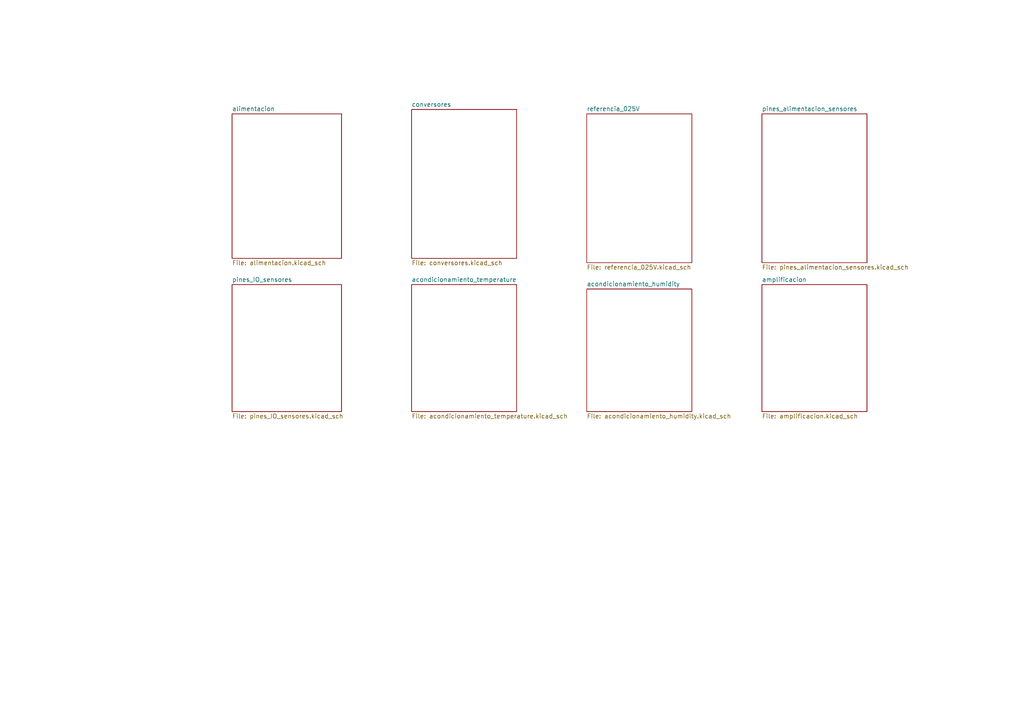
<source format=kicad_sch>
(kicad_sch (version 20211123) (generator eeschema)

  (uuid a1d9b64c-59ab-4519-b30f-c6ecfb8efa51)

  (paper "A4")

  (title_block
    (title "PCB del Acondicionamiento de los Sensores de Hoja")
    (date "2023-06-11")
    (company "UC3M")
    (comment 1 "de hoja.")
    (comment 2 "Se muestran las hojas jerárquicas necesarias para el acondicionamiento de los sensores ")
  )

  (lib_symbols
  )


  (sheet (at 220.98 82.55) (size 30.48 36.83) (fields_autoplaced)
    (stroke (width 0.1524) (type solid) (color 0 0 0 0))
    (fill (color 0 0 0 0.0000))
    (uuid 3b039182-6c37-41a2-99ab-241394985fb9)
    (property "Sheet name" "amplificacion" (id 0) (at 220.98 81.8384 0)
      (effects (font (size 1.27 1.27)) (justify left bottom))
    )
    (property "Sheet file" "amplificacion.kicad_sch" (id 1) (at 220.98 119.9646 0)
      (effects (font (size 1.27 1.27)) (justify left top))
    )
  )

  (sheet (at 67.31 82.55) (size 31.75 36.83) (fields_autoplaced)
    (stroke (width 0.1524) (type solid) (color 0 0 0 0))
    (fill (color 0 0 0 0.0000))
    (uuid 48c0a10a-74f4-4724-a1d0-fe5e700b332c)
    (property "Sheet name" "pines_IO_sensores" (id 0) (at 67.31 81.8384 0)
      (effects (font (size 1.27 1.27)) (justify left bottom))
    )
    (property "Sheet file" "pines_IO_sensores.kicad_sch" (id 1) (at 67.31 119.9646 0)
      (effects (font (size 1.27 1.27)) (justify left top))
    )
  )

  (sheet (at 170.18 83.82) (size 30.48 35.56) (fields_autoplaced)
    (stroke (width 0.1524) (type solid) (color 0 0 0 0))
    (fill (color 0 0 0 0.0000))
    (uuid 75a05a59-711f-487e-8617-786a2a6f7b5e)
    (property "Sheet name" "acondicionamiento_humidity" (id 0) (at 170.18 83.1084 0)
      (effects (font (size 1.27 1.27)) (justify left bottom))
    )
    (property "Sheet file" "acondicionamiento_humidity.kicad_sch" (id 1) (at 170.18 119.9646 0)
      (effects (font (size 1.27 1.27)) (justify left top))
    )
  )

  (sheet (at 170.18 33.02) (size 30.48 43.18) (fields_autoplaced)
    (stroke (width 0.1524) (type solid) (color 0 0 0 0))
    (fill (color 0 0 0 0.0000))
    (uuid 9b18ac36-12da-46b7-a38b-ee978a46c983)
    (property "Sheet name" "referencia_025V" (id 0) (at 170.18 32.3084 0)
      (effects (font (size 1.27 1.27)) (justify left bottom))
    )
    (property "Sheet file" "referencia_025V.kicad_sch" (id 1) (at 170.18 76.7846 0)
      (effects (font (size 1.27 1.27)) (justify left top))
    )
  )

  (sheet (at 119.38 82.55) (size 30.48 36.83) (fields_autoplaced)
    (stroke (width 0.1524) (type solid) (color 0 0 0 0))
    (fill (color 0 0 0 0.0000))
    (uuid abb2d1c6-542d-4135-a749-b26de8f7dfc6)
    (property "Sheet name" "acondicionamiento_temperature" (id 0) (at 119.38 81.8384 0)
      (effects (font (size 1.27 1.27)) (justify left bottom))
    )
    (property "Sheet file" "acondicionamiento_temperature.kicad_sch" (id 1) (at 119.38 119.9646 0)
      (effects (font (size 1.27 1.27)) (justify left top))
    )
  )

  (sheet (at 220.98 33.02) (size 30.48 43.18) (fields_autoplaced)
    (stroke (width 0.1524) (type solid) (color 0 0 0 0))
    (fill (color 0 0 0 0.0000))
    (uuid cc1867fd-f488-4cb8-adbb-a6a59964aed5)
    (property "Sheet name" "pines_alimentacion_sensores" (id 0) (at 220.98 32.3084 0)
      (effects (font (size 1.27 1.27)) (justify left bottom))
    )
    (property "Sheet file" "pines_alimentacion_sensores.kicad_sch" (id 1) (at 220.98 76.7846 0)
      (effects (font (size 1.27 1.27)) (justify left top))
    )
  )

  (sheet (at 67.31 33.02) (size 31.75 41.91) (fields_autoplaced)
    (stroke (width 0.1524) (type solid) (color 0 0 0 0))
    (fill (color 0 0 0 0.0000))
    (uuid d603282a-0f99-48ce-a20b-09f4f184c813)
    (property "Sheet name" "alimentacion" (id 0) (at 67.31 32.3084 0)
      (effects (font (size 1.27 1.27)) (justify left bottom))
    )
    (property "Sheet file" "alimentacion.kicad_sch" (id 1) (at 67.31 75.5146 0)
      (effects (font (size 1.27 1.27)) (justify left top))
    )
  )

  (sheet (at 119.38 31.75) (size 30.48 43.18) (fields_autoplaced)
    (stroke (width 0.1524) (type solid) (color 0 0 0 0))
    (fill (color 0 0 0 0.0000))
    (uuid f1347035-7c23-472b-b8d3-72baf89f3e52)
    (property "Sheet name" "conversores" (id 0) (at 119.38 31.0384 0)
      (effects (font (size 1.27 1.27)) (justify left bottom))
    )
    (property "Sheet file" "conversores.kicad_sch" (id 1) (at 119.38 75.5146 0)
      (effects (font (size 1.27 1.27)) (justify left top))
    )
  )

  (sheet_instances
    (path "/" (page "1"))
    (path "/d603282a-0f99-48ce-a20b-09f4f184c813" (page "4"))
    (path "/abb2d1c6-542d-4135-a749-b26de8f7dfc6" (page "4"))
    (path "/48c0a10a-74f4-4724-a1d0-fe5e700b332c" (page "5"))
    (path "/75a05a59-711f-487e-8617-786a2a6f7b5e" (page "5"))
    (path "/3b039182-6c37-41a2-99ab-241394985fb9" (page "6"))
    (path "/9b18ac36-12da-46b7-a38b-ee978a46c983" (page "7"))
    (path "/cc1867fd-f488-4cb8-adbb-a6a59964aed5" (page "8"))
    (path "/f1347035-7c23-472b-b8d3-72baf89f3e52" (page "9"))
  )

  (symbol_instances
    (path "/d603282a-0f99-48ce-a20b-09f4f184c813/70337e27-93bd-4d50-8bfd-de6b33639888"
      (reference "#PWR0101") (unit 1) (value "GND") (footprint "")
    )
    (path "/abb2d1c6-542d-4135-a749-b26de8f7dfc6/1748eff1-50cd-4c62-830a-b10ee2d59f72"
      (reference "#PWR0102") (unit 1) (value "GND") (footprint "")
    )
    (path "/75a05a59-711f-487e-8617-786a2a6f7b5e/10415011-71aa-4e72-9de0-b8648d481a4d"
      (reference "#PWR0103") (unit 1) (value "GND") (footprint "")
    )
    (path "/75a05a59-711f-487e-8617-786a2a6f7b5e/67fffce5-2268-46d9-94ba-f7b149dbf6c6"
      (reference "#PWR0104") (unit 1) (value "GND") (footprint "")
    )
    (path "/75a05a59-711f-487e-8617-786a2a6f7b5e/9a5b0829-ab24-475a-86d9-9b4afe7f30c1"
      (reference "#PWR0105") (unit 1) (value "GND") (footprint "")
    )
    (path "/3b039182-6c37-41a2-99ab-241394985fb9/d490d774-b3fe-413c-9e54-bccdd6e25614"
      (reference "#PWR0106") (unit 1) (value "GND") (footprint "")
    )
    (path "/9b18ac36-12da-46b7-a38b-ee978a46c983/c541610b-089c-4f40-b1ba-0e4d34d0a1ba"
      (reference "#PWR0107") (unit 1) (value "GND") (footprint "")
    )
    (path "/9b18ac36-12da-46b7-a38b-ee978a46c983/77519097-8e49-4694-aa2b-3e3ce8b063e7"
      (reference "#PWR0108") (unit 1) (value "GND") (footprint "")
    )
    (path "/9b18ac36-12da-46b7-a38b-ee978a46c983/ae891f3b-1362-4e3a-92ef-dbd37013a411"
      (reference "#PWR0109") (unit 1) (value "GND") (footprint "")
    )
    (path "/9b18ac36-12da-46b7-a38b-ee978a46c983/590aef0e-48ff-438b-8b36-7fc9443d74d9"
      (reference "#PWR0110") (unit 1) (value "GND") (footprint "")
    )
    (path "/cc1867fd-f488-4cb8-adbb-a6a59964aed5/4f35b383-beb2-4458-a021-d340ebdcd667"
      (reference "#PWR0112") (unit 1) (value "GND") (footprint "")
    )
    (path "/cc1867fd-f488-4cb8-adbb-a6a59964aed5/9210dc5f-d97e-45bf-944f-99350201aac1"
      (reference "#PWR0113") (unit 1) (value "GND") (footprint "")
    )
    (path "/cc1867fd-f488-4cb8-adbb-a6a59964aed5/f8353bf0-dbbf-4905-97cb-b3201b36428f"
      (reference "#PWR0114") (unit 1) (value "GND") (footprint "")
    )
    (path "/cc1867fd-f488-4cb8-adbb-a6a59964aed5/fbc6dfda-0285-4fce-8dbb-07009b74bf58"
      (reference "#PWR0115") (unit 1) (value "GND") (footprint "")
    )
    (path "/f1347035-7c23-472b-b8d3-72baf89f3e52/b1991a2c-705c-46c9-bb70-8e2bbb13bb6f"
      (reference "#PWR0116") (unit 1) (value "GND") (footprint "")
    )
    (path "/f1347035-7c23-472b-b8d3-72baf89f3e52/33fadc60-974b-4ad4-8944-12ef78b40222"
      (reference "#PWR0117") (unit 1) (value "GND") (footprint "")
    )
    (path "/f1347035-7c23-472b-b8d3-72baf89f3e52/15042c84-dbbe-41e9-8275-945fba376e1c"
      (reference "#PWR0118") (unit 1) (value "GND") (footprint "")
    )
    (path "/f1347035-7c23-472b-b8d3-72baf89f3e52/abb0f826-dc26-492b-9678-0523fb05e02a"
      (reference "#PWR0119") (unit 1) (value "GND") (footprint "")
    )
    (path "/f1347035-7c23-472b-b8d3-72baf89f3e52/ca51a6e4-7e8c-4fbd-8441-2898b976cc87"
      (reference "#PWR0121") (unit 1) (value "GND") (footprint "")
    )
    (path "/abb2d1c6-542d-4135-a749-b26de8f7dfc6/ae2f65a6-f0f8-4ff8-b30e-601887b7ad58"
      (reference "C1") (unit 1) (value "CL21B103KBANNNC") (footprint "CAPC2012X140N")
    )
    (path "/75a05a59-711f-487e-8617-786a2a6f7b5e/8ae929fa-1ed4-40bd-b95a-baa39a524b1f"
      (reference "C2") (unit 1) (value "EEUFC1H150") (footprint "CAPPRD200W50D500H1100")
    )
    (path "/3b039182-6c37-41a2-99ab-241394985fb9/1dd5f32e-ba43-4d87-bf8b-3dde607754b8"
      (reference "C3") (unit 1) (value "EEUFC1H150") (footprint "CAPPRD200W50D500H1100")
    )
    (path "/3b039182-6c37-41a2-99ab-241394985fb9/d25fec32-7948-4f42-9d5a-953473be4c96"
      (reference "C4") (unit 1) (value "CL21B103KBANNNC") (footprint "CAPC2012X140N")
    )
    (path "/9b18ac36-12da-46b7-a38b-ee978a46c983/14f5ff3d-89f1-47fe-b028-374f3cb8d311"
      (reference "C5") (unit 1) (value "CL21B103KBANNNC") (footprint "CAPC2012X140N")
    )
    (path "/9b18ac36-12da-46b7-a38b-ee978a46c983/cc7506f3-7f50-4e21-8021-d77b7d00158b"
      (reference "C6") (unit 1) (value "CL21B103KBANNNC") (footprint "CAPC2012X140N")
    )
    (path "/f1347035-7c23-472b-b8d3-72baf89f3e52/0949e2c9-a382-484f-8ee8-3d45b2289599"
      (reference "C9") (unit 1) (value "EEUFC1H150") (footprint "CAPPRD200W50D500H1100")
    )
    (path "/f1347035-7c23-472b-b8d3-72baf89f3e52/621cf238-6d79-4365-9108-941a357f6fe5"
      (reference "C10") (unit 1) (value "EEUFC1H150") (footprint "CAPPRD200W50D500H1100")
    )
    (path "/f1347035-7c23-472b-b8d3-72baf89f3e52/69fc3249-4216-4f98-aed2-aa5c0e38cf4f"
      (reference "C11") (unit 1) (value "EEUFC1H150") (footprint "CAPPRD200W50D500H1100")
    )
    (path "/f1347035-7c23-472b-b8d3-72baf89f3e52/3ae4e1f5-188e-4289-b5c9-feaf53584b3e"
      (reference "C12") (unit 1) (value "EEUFC1H150") (footprint "CAPPRD200W50D500H1100")
    )
    (path "/f1347035-7c23-472b-b8d3-72baf89f3e52/aa49b527-829f-4405-a93d-54a2a8f9b350"
      (reference "C13") (unit 1) (value "CL21B103KBANNNC") (footprint "CAPC2012X140N")
    )
    (path "/f1347035-7c23-472b-b8d3-72baf89f3e52/f8c63311-2fdf-444c-9a8f-2a257b9dc379"
      (reference "C14") (unit 1) (value "EEUFC1H150") (footprint "CAPPRD200W50D500H1100")
    )
    (path "/f1347035-7c23-472b-b8d3-72baf89f3e52/e5903897-1717-4514-a723-720780d938a2"
      (reference "C15") (unit 1) (value "CL21B103KBANNNC") (footprint "CAPC2012X140N")
    )
    (path "/f1347035-7c23-472b-b8d3-72baf89f3e52/6cd7cc14-b788-43f0-9bb6-febd7cf34d3a"
      (reference "C16") (unit 1) (value "EEUFC1H150") (footprint "CAPPRD200W50D500H1100")
    )
    (path "/d603282a-0f99-48ce-a20b-09f4f184c813/b36b7414-222b-4245-89ee-28c46b5c63ed"
      (reference "J1") (unit 1) (value "Conn_01x03") (footprint "Connector_PinHeader_2.54mm:PinHeader_1x03_P2.54mm_Vertical")
    )
    (path "/48c0a10a-74f4-4724-a1d0-fe5e700b332c/5e4df3af-8840-4aae-b181-7e167dd94c12"
      (reference "J2") (unit 1) (value "Conn_01x02") (footprint "Connector_PinHeader_2.54mm:PinHeader_1x02_P2.54mm_Vertical")
    )
    (path "/48c0a10a-74f4-4724-a1d0-fe5e700b332c/9e842528-6a7d-45d3-9b73-119175d213d5"
      (reference "J3") (unit 1) (value "Conn_01x02") (footprint "Connector_PinHeader_2.54mm:PinHeader_1x02_P2.54mm_Vertical")
    )
    (path "/cc1867fd-f488-4cb8-adbb-a6a59964aed5/71f8c395-c4dc-402f-84ea-f7d356548cea"
      (reference "J4") (unit 1) (value "Conn_01x08") (footprint "Connector_PinHeader_2.54mm:PinHeader_1x08_P2.54mm_Vertical")
    )
    (path "/f1347035-7c23-472b-b8d3-72baf89f3e52/c2f415d6-dfd4-4f45-93dc-ebc1ee1ba372"
      (reference "PS1") (unit 1) (value "R-739.0P") (footprint "CONV_R-739.0P")
    )
    (path "/f1347035-7c23-472b-b8d3-72baf89f3e52/60e3b945-0d9b-4305-bf60-226b3711d1f9"
      (reference "PS2") (unit 1) (value "R-739.0P") (footprint "CONV_R-739.0P")
    )
    (path "/f1347035-7c23-472b-b8d3-72baf89f3e52/5417be63-b8ed-41fb-912e-47cac7663ba9"
      (reference "Q1") (unit 1) (value "FDN338P") (footprint "SSOT-3")
    )
    (path "/f1347035-7c23-472b-b8d3-72baf89f3e52/ceae8582-fbb4-47cf-bec8-f7875fe30bfd"
      (reference "Q2") (unit 1) (value "FDN338P") (footprint "SSOT-3")
    )
    (path "/abb2d1c6-542d-4135-a749-b26de8f7dfc6/265146cd-0f79-4839-94c1-5b3a7b5c9595"
      (reference "R1") (unit 1) (value "LT5400BCMS8E-6#PBF") (footprint "SOP65P490X110-9N")
    )
    (path "/abb2d1c6-542d-4135-a749-b26de8f7dfc6/332aa1fb-57e1-44af-bafe-ce67913eb8a6"
      (reference "R2") (unit 1) (value "LT5400BCMS8E-6#PBF") (footprint "SOP65P490X110-9N")
    )
    (path "/75a05a59-711f-487e-8617-786a2a6f7b5e/7f70c34f-f4c6-45d9-bc60-728b9a7b742a"
      (reference "R3") (unit 1) (value "LT5400BCMS8E-6#PBF") (footprint "SOP65P490X110-9N")
    )
    (path "/9b18ac36-12da-46b7-a38b-ee978a46c983/66ebd413-f7c3-4987-8270-2c908202e464"
      (reference "R4") (unit 1) (value "LT5400BCMS8E-6#PBF") (footprint "SOP65P490X110-9N")
    )
    (path "/f1347035-7c23-472b-b8d3-72baf89f3e52/22a0edc3-ba77-4fda-95da-006801315de4"
      (reference "R5") (unit 1) (value "RG3216P-1000-B-T1") (footprint "RESC3216X50N")
    )
    (path "/f1347035-7c23-472b-b8d3-72baf89f3e52/f0708e90-4436-44a8-9181-e076fe5c380c"
      (reference "R6") (unit 1) (value "RG3216P-1000-B-T1") (footprint "RESC3216X50N")
    )
    (path "/3b039182-6c37-41a2-99ab-241394985fb9/2114c078-0d28-4e6f-8d6d-f763fb5f3686"
      (reference "U1") (unit 1) (value "OP292GSZ-REEL") (footprint "SOIC127P600X175-8N")
    )
    (path "/9b18ac36-12da-46b7-a38b-ee978a46c983/44bba3f0-7afd-4803-af1a-40fb0748fdd3"
      (reference "U2") (unit 1) (value "LM317LID") (footprint "SOIC127P599X175-8N")
    )
    (path "/9b18ac36-12da-46b7-a38b-ee978a46c983/fc8aeceb-861d-479b-804b-b7342488ac28"
      (reference "U3") (unit 1) (value "LM358DR2G") (footprint "SOIC127P600X175-8N")
    )
    (path "/f1347035-7c23-472b-b8d3-72baf89f3e52/83573710-bd92-400c-a671-cee715374530"
      (reference "U4") (unit 1) (value "LM317LID") (footprint "SOIC127P599X175-8N")
    )
    (path "/f1347035-7c23-472b-b8d3-72baf89f3e52/6857d5fb-c47b-47b8-88b7-a40af4cd348a"
      (reference "U5") (unit 1) (value "LM358DR2G") (footprint "SOIC127P600X175-8N")
    )
    (path "/f1347035-7c23-472b-b8d3-72baf89f3e52/db492c37-b46f-4b61-8b89-9e31e359f03f"
      (reference "VR1") (unit 1) (value "LM1085ISX-5.0/NOPB") (footprint "TO254P1435X464-4N")
    )
  )
)

</source>
